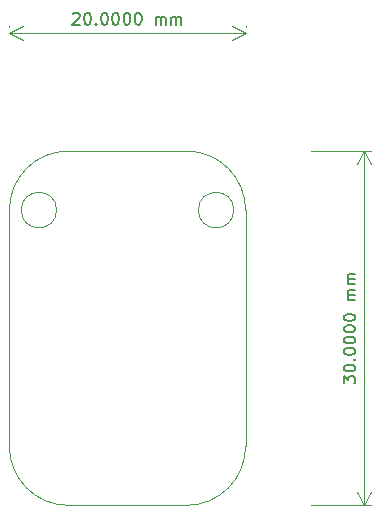
<source format=gbr>
%TF.GenerationSoftware,KiCad,Pcbnew,8.0.1*%
%TF.CreationDate,2024-04-18T20:24:50-07:00*%
%TF.ProjectId,Battery Tester,42617474-6572-4792-9054-65737465722e,rev?*%
%TF.SameCoordinates,Original*%
%TF.FileFunction,Profile,NP*%
%FSLAX46Y46*%
G04 Gerber Fmt 4.6, Leading zero omitted, Abs format (unit mm)*
G04 Created by KiCad (PCBNEW 8.0.1) date 2024-04-18 20:24:50*
%MOMM*%
%LPD*%
G01*
G04 APERTURE LIST*
%TA.AperFunction,Profile*%
%ADD10C,0.050000*%
%TD*%
%ADD11C,0.150000*%
G04 APERTURE END LIST*
D10*
X159000000Y-95000000D02*
G75*
G02*
X156000000Y-95000000I-1500000J0D01*
G01*
X156000000Y-95000000D02*
G75*
G02*
X159000000Y-95000000I1500000J0D01*
G01*
X155000000Y-120000000D02*
X145000000Y-120000000D01*
X155000000Y-90000000D02*
G75*
G02*
X160000000Y-95000000I0J-5000000D01*
G01*
X145000000Y-90000000D02*
X155000000Y-90000000D01*
X144000000Y-95000000D02*
G75*
G02*
X141000000Y-95000000I-1500000J0D01*
G01*
X141000000Y-95000000D02*
G75*
G02*
X144000000Y-95000000I1500000J0D01*
G01*
X140000000Y-95000000D02*
X140000000Y-115000000D01*
X145000000Y-120000000D02*
G75*
G02*
X140000000Y-115000000I0J5000000D01*
G01*
X160000000Y-115000000D02*
G75*
G02*
X155000000Y-120000000I-5000000J0D01*
G01*
X160000000Y-95000000D02*
X160000000Y-115000000D01*
X140000000Y-95000000D02*
G75*
G02*
X145000000Y-90000000I5000000J0D01*
G01*
D11*
X145380953Y-78400057D02*
X145428572Y-78352438D01*
X145428572Y-78352438D02*
X145523810Y-78304819D01*
X145523810Y-78304819D02*
X145761905Y-78304819D01*
X145761905Y-78304819D02*
X145857143Y-78352438D01*
X145857143Y-78352438D02*
X145904762Y-78400057D01*
X145904762Y-78400057D02*
X145952381Y-78495295D01*
X145952381Y-78495295D02*
X145952381Y-78590533D01*
X145952381Y-78590533D02*
X145904762Y-78733390D01*
X145904762Y-78733390D02*
X145333334Y-79304819D01*
X145333334Y-79304819D02*
X145952381Y-79304819D01*
X146571429Y-78304819D02*
X146666667Y-78304819D01*
X146666667Y-78304819D02*
X146761905Y-78352438D01*
X146761905Y-78352438D02*
X146809524Y-78400057D01*
X146809524Y-78400057D02*
X146857143Y-78495295D01*
X146857143Y-78495295D02*
X146904762Y-78685771D01*
X146904762Y-78685771D02*
X146904762Y-78923866D01*
X146904762Y-78923866D02*
X146857143Y-79114342D01*
X146857143Y-79114342D02*
X146809524Y-79209580D01*
X146809524Y-79209580D02*
X146761905Y-79257200D01*
X146761905Y-79257200D02*
X146666667Y-79304819D01*
X146666667Y-79304819D02*
X146571429Y-79304819D01*
X146571429Y-79304819D02*
X146476191Y-79257200D01*
X146476191Y-79257200D02*
X146428572Y-79209580D01*
X146428572Y-79209580D02*
X146380953Y-79114342D01*
X146380953Y-79114342D02*
X146333334Y-78923866D01*
X146333334Y-78923866D02*
X146333334Y-78685771D01*
X146333334Y-78685771D02*
X146380953Y-78495295D01*
X146380953Y-78495295D02*
X146428572Y-78400057D01*
X146428572Y-78400057D02*
X146476191Y-78352438D01*
X146476191Y-78352438D02*
X146571429Y-78304819D01*
X147333334Y-79209580D02*
X147380953Y-79257200D01*
X147380953Y-79257200D02*
X147333334Y-79304819D01*
X147333334Y-79304819D02*
X147285715Y-79257200D01*
X147285715Y-79257200D02*
X147333334Y-79209580D01*
X147333334Y-79209580D02*
X147333334Y-79304819D01*
X148000000Y-78304819D02*
X148095238Y-78304819D01*
X148095238Y-78304819D02*
X148190476Y-78352438D01*
X148190476Y-78352438D02*
X148238095Y-78400057D01*
X148238095Y-78400057D02*
X148285714Y-78495295D01*
X148285714Y-78495295D02*
X148333333Y-78685771D01*
X148333333Y-78685771D02*
X148333333Y-78923866D01*
X148333333Y-78923866D02*
X148285714Y-79114342D01*
X148285714Y-79114342D02*
X148238095Y-79209580D01*
X148238095Y-79209580D02*
X148190476Y-79257200D01*
X148190476Y-79257200D02*
X148095238Y-79304819D01*
X148095238Y-79304819D02*
X148000000Y-79304819D01*
X148000000Y-79304819D02*
X147904762Y-79257200D01*
X147904762Y-79257200D02*
X147857143Y-79209580D01*
X147857143Y-79209580D02*
X147809524Y-79114342D01*
X147809524Y-79114342D02*
X147761905Y-78923866D01*
X147761905Y-78923866D02*
X147761905Y-78685771D01*
X147761905Y-78685771D02*
X147809524Y-78495295D01*
X147809524Y-78495295D02*
X147857143Y-78400057D01*
X147857143Y-78400057D02*
X147904762Y-78352438D01*
X147904762Y-78352438D02*
X148000000Y-78304819D01*
X148952381Y-78304819D02*
X149047619Y-78304819D01*
X149047619Y-78304819D02*
X149142857Y-78352438D01*
X149142857Y-78352438D02*
X149190476Y-78400057D01*
X149190476Y-78400057D02*
X149238095Y-78495295D01*
X149238095Y-78495295D02*
X149285714Y-78685771D01*
X149285714Y-78685771D02*
X149285714Y-78923866D01*
X149285714Y-78923866D02*
X149238095Y-79114342D01*
X149238095Y-79114342D02*
X149190476Y-79209580D01*
X149190476Y-79209580D02*
X149142857Y-79257200D01*
X149142857Y-79257200D02*
X149047619Y-79304819D01*
X149047619Y-79304819D02*
X148952381Y-79304819D01*
X148952381Y-79304819D02*
X148857143Y-79257200D01*
X148857143Y-79257200D02*
X148809524Y-79209580D01*
X148809524Y-79209580D02*
X148761905Y-79114342D01*
X148761905Y-79114342D02*
X148714286Y-78923866D01*
X148714286Y-78923866D02*
X148714286Y-78685771D01*
X148714286Y-78685771D02*
X148761905Y-78495295D01*
X148761905Y-78495295D02*
X148809524Y-78400057D01*
X148809524Y-78400057D02*
X148857143Y-78352438D01*
X148857143Y-78352438D02*
X148952381Y-78304819D01*
X149904762Y-78304819D02*
X150000000Y-78304819D01*
X150000000Y-78304819D02*
X150095238Y-78352438D01*
X150095238Y-78352438D02*
X150142857Y-78400057D01*
X150142857Y-78400057D02*
X150190476Y-78495295D01*
X150190476Y-78495295D02*
X150238095Y-78685771D01*
X150238095Y-78685771D02*
X150238095Y-78923866D01*
X150238095Y-78923866D02*
X150190476Y-79114342D01*
X150190476Y-79114342D02*
X150142857Y-79209580D01*
X150142857Y-79209580D02*
X150095238Y-79257200D01*
X150095238Y-79257200D02*
X150000000Y-79304819D01*
X150000000Y-79304819D02*
X149904762Y-79304819D01*
X149904762Y-79304819D02*
X149809524Y-79257200D01*
X149809524Y-79257200D02*
X149761905Y-79209580D01*
X149761905Y-79209580D02*
X149714286Y-79114342D01*
X149714286Y-79114342D02*
X149666667Y-78923866D01*
X149666667Y-78923866D02*
X149666667Y-78685771D01*
X149666667Y-78685771D02*
X149714286Y-78495295D01*
X149714286Y-78495295D02*
X149761905Y-78400057D01*
X149761905Y-78400057D02*
X149809524Y-78352438D01*
X149809524Y-78352438D02*
X149904762Y-78304819D01*
X150857143Y-78304819D02*
X150952381Y-78304819D01*
X150952381Y-78304819D02*
X151047619Y-78352438D01*
X151047619Y-78352438D02*
X151095238Y-78400057D01*
X151095238Y-78400057D02*
X151142857Y-78495295D01*
X151142857Y-78495295D02*
X151190476Y-78685771D01*
X151190476Y-78685771D02*
X151190476Y-78923866D01*
X151190476Y-78923866D02*
X151142857Y-79114342D01*
X151142857Y-79114342D02*
X151095238Y-79209580D01*
X151095238Y-79209580D02*
X151047619Y-79257200D01*
X151047619Y-79257200D02*
X150952381Y-79304819D01*
X150952381Y-79304819D02*
X150857143Y-79304819D01*
X150857143Y-79304819D02*
X150761905Y-79257200D01*
X150761905Y-79257200D02*
X150714286Y-79209580D01*
X150714286Y-79209580D02*
X150666667Y-79114342D01*
X150666667Y-79114342D02*
X150619048Y-78923866D01*
X150619048Y-78923866D02*
X150619048Y-78685771D01*
X150619048Y-78685771D02*
X150666667Y-78495295D01*
X150666667Y-78495295D02*
X150714286Y-78400057D01*
X150714286Y-78400057D02*
X150761905Y-78352438D01*
X150761905Y-78352438D02*
X150857143Y-78304819D01*
X152380953Y-79304819D02*
X152380953Y-78638152D01*
X152380953Y-78733390D02*
X152428572Y-78685771D01*
X152428572Y-78685771D02*
X152523810Y-78638152D01*
X152523810Y-78638152D02*
X152666667Y-78638152D01*
X152666667Y-78638152D02*
X152761905Y-78685771D01*
X152761905Y-78685771D02*
X152809524Y-78781009D01*
X152809524Y-78781009D02*
X152809524Y-79304819D01*
X152809524Y-78781009D02*
X152857143Y-78685771D01*
X152857143Y-78685771D02*
X152952381Y-78638152D01*
X152952381Y-78638152D02*
X153095238Y-78638152D01*
X153095238Y-78638152D02*
X153190477Y-78685771D01*
X153190477Y-78685771D02*
X153238096Y-78781009D01*
X153238096Y-78781009D02*
X153238096Y-79304819D01*
X153714286Y-79304819D02*
X153714286Y-78638152D01*
X153714286Y-78733390D02*
X153761905Y-78685771D01*
X153761905Y-78685771D02*
X153857143Y-78638152D01*
X153857143Y-78638152D02*
X154000000Y-78638152D01*
X154000000Y-78638152D02*
X154095238Y-78685771D01*
X154095238Y-78685771D02*
X154142857Y-78781009D01*
X154142857Y-78781009D02*
X154142857Y-79304819D01*
X154142857Y-78781009D02*
X154190476Y-78685771D01*
X154190476Y-78685771D02*
X154285714Y-78638152D01*
X154285714Y-78638152D02*
X154428571Y-78638152D01*
X154428571Y-78638152D02*
X154523810Y-78685771D01*
X154523810Y-78685771D02*
X154571429Y-78781009D01*
X154571429Y-78781009D02*
X154571429Y-79304819D01*
D10*
X140000000Y-79500000D02*
X140000000Y-79413580D01*
X160000000Y-79500000D02*
X160000000Y-79413580D01*
X140000000Y-80000000D02*
X160000000Y-80000000D01*
X140000000Y-80000000D02*
X160000000Y-80000000D01*
X140000000Y-80000000D02*
X141126504Y-79413579D01*
X140000000Y-80000000D02*
X141126504Y-80586421D01*
X160000000Y-80000000D02*
X158873496Y-80586421D01*
X160000000Y-80000000D02*
X158873496Y-79413579D01*
D11*
X168304819Y-109666665D02*
X168304819Y-109047618D01*
X168304819Y-109047618D02*
X168685771Y-109380951D01*
X168685771Y-109380951D02*
X168685771Y-109238094D01*
X168685771Y-109238094D02*
X168733390Y-109142856D01*
X168733390Y-109142856D02*
X168781009Y-109095237D01*
X168781009Y-109095237D02*
X168876247Y-109047618D01*
X168876247Y-109047618D02*
X169114342Y-109047618D01*
X169114342Y-109047618D02*
X169209580Y-109095237D01*
X169209580Y-109095237D02*
X169257200Y-109142856D01*
X169257200Y-109142856D02*
X169304819Y-109238094D01*
X169304819Y-109238094D02*
X169304819Y-109523808D01*
X169304819Y-109523808D02*
X169257200Y-109619046D01*
X169257200Y-109619046D02*
X169209580Y-109666665D01*
X168304819Y-108428570D02*
X168304819Y-108333332D01*
X168304819Y-108333332D02*
X168352438Y-108238094D01*
X168352438Y-108238094D02*
X168400057Y-108190475D01*
X168400057Y-108190475D02*
X168495295Y-108142856D01*
X168495295Y-108142856D02*
X168685771Y-108095237D01*
X168685771Y-108095237D02*
X168923866Y-108095237D01*
X168923866Y-108095237D02*
X169114342Y-108142856D01*
X169114342Y-108142856D02*
X169209580Y-108190475D01*
X169209580Y-108190475D02*
X169257200Y-108238094D01*
X169257200Y-108238094D02*
X169304819Y-108333332D01*
X169304819Y-108333332D02*
X169304819Y-108428570D01*
X169304819Y-108428570D02*
X169257200Y-108523808D01*
X169257200Y-108523808D02*
X169209580Y-108571427D01*
X169209580Y-108571427D02*
X169114342Y-108619046D01*
X169114342Y-108619046D02*
X168923866Y-108666665D01*
X168923866Y-108666665D02*
X168685771Y-108666665D01*
X168685771Y-108666665D02*
X168495295Y-108619046D01*
X168495295Y-108619046D02*
X168400057Y-108571427D01*
X168400057Y-108571427D02*
X168352438Y-108523808D01*
X168352438Y-108523808D02*
X168304819Y-108428570D01*
X169209580Y-107666665D02*
X169257200Y-107619046D01*
X169257200Y-107619046D02*
X169304819Y-107666665D01*
X169304819Y-107666665D02*
X169257200Y-107714284D01*
X169257200Y-107714284D02*
X169209580Y-107666665D01*
X169209580Y-107666665D02*
X169304819Y-107666665D01*
X168304819Y-106999999D02*
X168304819Y-106904761D01*
X168304819Y-106904761D02*
X168352438Y-106809523D01*
X168352438Y-106809523D02*
X168400057Y-106761904D01*
X168400057Y-106761904D02*
X168495295Y-106714285D01*
X168495295Y-106714285D02*
X168685771Y-106666666D01*
X168685771Y-106666666D02*
X168923866Y-106666666D01*
X168923866Y-106666666D02*
X169114342Y-106714285D01*
X169114342Y-106714285D02*
X169209580Y-106761904D01*
X169209580Y-106761904D02*
X169257200Y-106809523D01*
X169257200Y-106809523D02*
X169304819Y-106904761D01*
X169304819Y-106904761D02*
X169304819Y-106999999D01*
X169304819Y-106999999D02*
X169257200Y-107095237D01*
X169257200Y-107095237D02*
X169209580Y-107142856D01*
X169209580Y-107142856D02*
X169114342Y-107190475D01*
X169114342Y-107190475D02*
X168923866Y-107238094D01*
X168923866Y-107238094D02*
X168685771Y-107238094D01*
X168685771Y-107238094D02*
X168495295Y-107190475D01*
X168495295Y-107190475D02*
X168400057Y-107142856D01*
X168400057Y-107142856D02*
X168352438Y-107095237D01*
X168352438Y-107095237D02*
X168304819Y-106999999D01*
X168304819Y-106047618D02*
X168304819Y-105952380D01*
X168304819Y-105952380D02*
X168352438Y-105857142D01*
X168352438Y-105857142D02*
X168400057Y-105809523D01*
X168400057Y-105809523D02*
X168495295Y-105761904D01*
X168495295Y-105761904D02*
X168685771Y-105714285D01*
X168685771Y-105714285D02*
X168923866Y-105714285D01*
X168923866Y-105714285D02*
X169114342Y-105761904D01*
X169114342Y-105761904D02*
X169209580Y-105809523D01*
X169209580Y-105809523D02*
X169257200Y-105857142D01*
X169257200Y-105857142D02*
X169304819Y-105952380D01*
X169304819Y-105952380D02*
X169304819Y-106047618D01*
X169304819Y-106047618D02*
X169257200Y-106142856D01*
X169257200Y-106142856D02*
X169209580Y-106190475D01*
X169209580Y-106190475D02*
X169114342Y-106238094D01*
X169114342Y-106238094D02*
X168923866Y-106285713D01*
X168923866Y-106285713D02*
X168685771Y-106285713D01*
X168685771Y-106285713D02*
X168495295Y-106238094D01*
X168495295Y-106238094D02*
X168400057Y-106190475D01*
X168400057Y-106190475D02*
X168352438Y-106142856D01*
X168352438Y-106142856D02*
X168304819Y-106047618D01*
X168304819Y-105095237D02*
X168304819Y-104999999D01*
X168304819Y-104999999D02*
X168352438Y-104904761D01*
X168352438Y-104904761D02*
X168400057Y-104857142D01*
X168400057Y-104857142D02*
X168495295Y-104809523D01*
X168495295Y-104809523D02*
X168685771Y-104761904D01*
X168685771Y-104761904D02*
X168923866Y-104761904D01*
X168923866Y-104761904D02*
X169114342Y-104809523D01*
X169114342Y-104809523D02*
X169209580Y-104857142D01*
X169209580Y-104857142D02*
X169257200Y-104904761D01*
X169257200Y-104904761D02*
X169304819Y-104999999D01*
X169304819Y-104999999D02*
X169304819Y-105095237D01*
X169304819Y-105095237D02*
X169257200Y-105190475D01*
X169257200Y-105190475D02*
X169209580Y-105238094D01*
X169209580Y-105238094D02*
X169114342Y-105285713D01*
X169114342Y-105285713D02*
X168923866Y-105333332D01*
X168923866Y-105333332D02*
X168685771Y-105333332D01*
X168685771Y-105333332D02*
X168495295Y-105285713D01*
X168495295Y-105285713D02*
X168400057Y-105238094D01*
X168400057Y-105238094D02*
X168352438Y-105190475D01*
X168352438Y-105190475D02*
X168304819Y-105095237D01*
X168304819Y-104142856D02*
X168304819Y-104047618D01*
X168304819Y-104047618D02*
X168352438Y-103952380D01*
X168352438Y-103952380D02*
X168400057Y-103904761D01*
X168400057Y-103904761D02*
X168495295Y-103857142D01*
X168495295Y-103857142D02*
X168685771Y-103809523D01*
X168685771Y-103809523D02*
X168923866Y-103809523D01*
X168923866Y-103809523D02*
X169114342Y-103857142D01*
X169114342Y-103857142D02*
X169209580Y-103904761D01*
X169209580Y-103904761D02*
X169257200Y-103952380D01*
X169257200Y-103952380D02*
X169304819Y-104047618D01*
X169304819Y-104047618D02*
X169304819Y-104142856D01*
X169304819Y-104142856D02*
X169257200Y-104238094D01*
X169257200Y-104238094D02*
X169209580Y-104285713D01*
X169209580Y-104285713D02*
X169114342Y-104333332D01*
X169114342Y-104333332D02*
X168923866Y-104380951D01*
X168923866Y-104380951D02*
X168685771Y-104380951D01*
X168685771Y-104380951D02*
X168495295Y-104333332D01*
X168495295Y-104333332D02*
X168400057Y-104285713D01*
X168400057Y-104285713D02*
X168352438Y-104238094D01*
X168352438Y-104238094D02*
X168304819Y-104142856D01*
X169304819Y-102619046D02*
X168638152Y-102619046D01*
X168733390Y-102619046D02*
X168685771Y-102571427D01*
X168685771Y-102571427D02*
X168638152Y-102476189D01*
X168638152Y-102476189D02*
X168638152Y-102333332D01*
X168638152Y-102333332D02*
X168685771Y-102238094D01*
X168685771Y-102238094D02*
X168781009Y-102190475D01*
X168781009Y-102190475D02*
X169304819Y-102190475D01*
X168781009Y-102190475D02*
X168685771Y-102142856D01*
X168685771Y-102142856D02*
X168638152Y-102047618D01*
X168638152Y-102047618D02*
X168638152Y-101904761D01*
X168638152Y-101904761D02*
X168685771Y-101809522D01*
X168685771Y-101809522D02*
X168781009Y-101761903D01*
X168781009Y-101761903D02*
X169304819Y-101761903D01*
X169304819Y-101285713D02*
X168638152Y-101285713D01*
X168733390Y-101285713D02*
X168685771Y-101238094D01*
X168685771Y-101238094D02*
X168638152Y-101142856D01*
X168638152Y-101142856D02*
X168638152Y-100999999D01*
X168638152Y-100999999D02*
X168685771Y-100904761D01*
X168685771Y-100904761D02*
X168781009Y-100857142D01*
X168781009Y-100857142D02*
X169304819Y-100857142D01*
X168781009Y-100857142D02*
X168685771Y-100809523D01*
X168685771Y-100809523D02*
X168638152Y-100714285D01*
X168638152Y-100714285D02*
X168638152Y-100571428D01*
X168638152Y-100571428D02*
X168685771Y-100476189D01*
X168685771Y-100476189D02*
X168781009Y-100428570D01*
X168781009Y-100428570D02*
X169304819Y-100428570D01*
D10*
X165500000Y-90000000D02*
X170586420Y-90000000D01*
X165500000Y-120000000D02*
X170586420Y-120000000D01*
X170000000Y-90000000D02*
X170000000Y-120000000D01*
X170000000Y-90000000D02*
X170000000Y-120000000D01*
X170000000Y-90000000D02*
X170586421Y-91126504D01*
X170000000Y-90000000D02*
X169413579Y-91126504D01*
X170000000Y-120000000D02*
X169413579Y-118873496D01*
X170000000Y-120000000D02*
X170586421Y-118873496D01*
M02*

</source>
